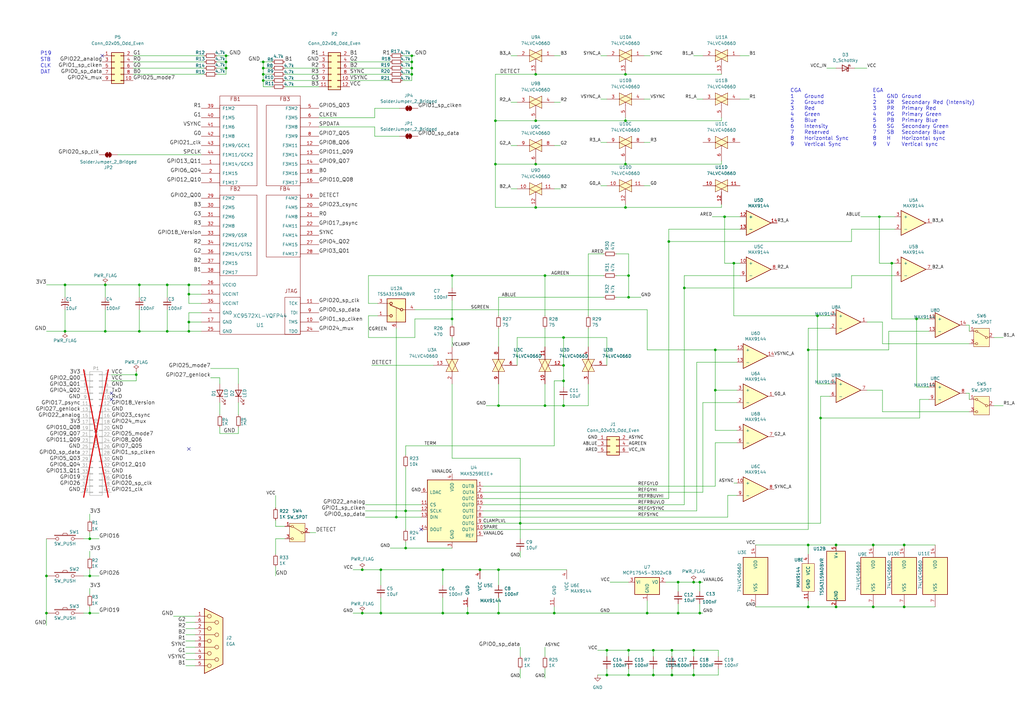
<source format=kicad_sch>
(kicad_sch
	(version 20231120)
	(generator "eeschema")
	(generator_version "8.0")
	(uuid "e267a3e0-ea93-4630-9528-f06a000f2e9c")
	(paper "A3")
	(title_block
		(title "RGBtoHDMI_Table")
		(date "2024-11-19")
		(rev "0.03")
		(company "SweProj.com")
	)
	
	(junction
		(at 257.81 276.86)
		(diameter 0)
		(color 0 0 0 0)
		(uuid "08466f51-6f8d-4689-888d-1a104d697746")
	)
	(junction
		(at 256.54 30.48)
		(diameter 0)
		(color 0 0 0 0)
		(uuid "0892b9f6-c0cd-4675-80a0-84903b0a47a1")
	)
	(junction
		(at 185.42 113.03)
		(diameter 0)
		(color 0 0 0 0)
		(uuid "0a257a89-3b3c-4c45-9fb1-ff19a4636d3f")
	)
	(junction
		(at 284.48 276.86)
		(diameter 0)
		(color 0 0 0 0)
		(uuid "0cbf7e07-835d-4ea8-8a91-53f7b849b848")
	)
	(junction
		(at 358.14 223.52)
		(diameter 0)
		(color 0 0 0 0)
		(uuid "0d5c6d09-ad48-452c-8619-789d23ae899f")
	)
	(junction
		(at 331.47 223.52)
		(diameter 0)
		(color 0 0 0 0)
		(uuid "1045c969-bc20-4b99-bb93-1fed951b5109")
	)
	(junction
		(at 256.54 85.09)
		(diameter 0)
		(color 0 0 0 0)
		(uuid "1173b33a-97c1-427f-a6c2-c79cd48c0f33")
	)
	(junction
		(at 168.91 22.86)
		(diameter 0)
		(color 0 0 0 0)
		(uuid "197175cb-319e-4e79-aa29-9c8faa7d89ed")
	)
	(junction
		(at 287.02 238.76)
		(diameter 0)
		(color 0 0 0 0)
		(uuid "1972d008-06a8-4918-a21b-5e2935069f06")
	)
	(junction
		(at 156.21 251.46)
		(diameter 0)
		(color 0 0 0 0)
		(uuid "1df14224-2872-49ba-a68c-453e4545b266")
	)
	(junction
		(at 166.37 224.79)
		(diameter 0)
		(color 0 0 0 0)
		(uuid "215ce181-de86-4863-a9ac-f596aa488559")
	)
	(junction
		(at 196.85 233.68)
		(diameter 0)
		(color 0 0 0 0)
		(uuid "2306e860-93ed-4588-a789-b01b5ce3fcfb")
	)
	(junction
		(at 68.58 135.89)
		(diameter 0)
		(color 0 0 0 0)
		(uuid "23856956-9c9e-4939-9e02-3780aedaa28a")
	)
	(junction
		(at 223.52 113.03)
		(diameter 0)
		(color 0 0 0 0)
		(uuid "25d5aa17-31f0-4573-b175-87b20ce9a717")
	)
	(junction
		(at 358.14 248.92)
		(diameter 0)
		(color 0 0 0 0)
		(uuid "287da58d-6982-46c0-9f3f-d14440c8da1f")
	)
	(junction
		(at 219.71 67.31)
		(diameter 0)
		(color 0 0 0 0)
		(uuid "287daa7d-d4fd-43c7-b244-6116ed7a9f8d")
	)
	(junction
		(at 162.56 212.09)
		(diameter 0)
		(color 0 0 0 0)
		(uuid "29d07dbe-1f0e-43a6-a096-a9720f39eb60")
	)
	(junction
		(at 297.18 88.9)
		(diameter 0)
		(color 0 0 0 0)
		(uuid "2e35109b-b4dc-464e-a005-e528d2b02126")
	)
	(junction
		(at 57.15 135.89)
		(diameter 0)
		(color 0 0 0 0)
		(uuid "31ce266b-f47f-4d6b-af04-ef3c52efc38b")
	)
	(junction
		(at 275.59 266.7)
		(diameter 0)
		(color 0 0 0 0)
		(uuid "39afa630-2714-413b-bb6d-156bc8be4345")
	)
	(junction
		(at 287.02 251.46)
		(diameter 0)
		(color 0 0 0 0)
		(uuid "3b057d9e-fa67-4236-b5b8-8a59941c90d9")
	)
	(junction
		(at 219.71 30.48)
		(diameter 0)
		(color 0 0 0 0)
		(uuid "43c7a76c-f1e8-4912-9148-b191585406d5")
	)
	(junction
		(at 257.81 121.92)
		(diameter 0)
		(color 0 0 0 0)
		(uuid "43d86964-3be3-4592-97ae-4e05b310f249")
	)
	(junction
		(at 265.43 251.46)
		(diameter 0)
		(color 0 0 0 0)
		(uuid "44f408fe-7a0c-4201-a194-277633a7011b")
	)
	(junction
		(at 92.71 27.94)
		(diameter 0)
		(color 0 0 0 0)
		(uuid "455bec65-8a84-451b-9da8-cfd5aab1fb9a")
	)
	(junction
		(at 336.55 171.45)
		(diameter 0)
		(color 0 0 0 0)
		(uuid "4a1b1b75-0e82-4db0-b339-a1987f4d1856")
	)
	(junction
		(at 267.97 276.86)
		(diameter 0)
		(color 0 0 0 0)
		(uuid "50560054-38fe-4cac-946b-ce400ab51cc7")
	)
	(junction
		(at 107.95 30.48)
		(diameter 0)
		(color 0 0 0 0)
		(uuid "53e14851-0fcc-41db-a20d-022c61e1fc7f")
	)
	(junction
		(at 77.47 116.84)
		(diameter 0)
		(color 0 0 0 0)
		(uuid "54017bde-9a3d-4bf2-ae08-f4bf27ec91f9")
	)
	(junction
		(at 36.83 251.46)
		(diameter 0)
		(color 0 0 0 0)
		(uuid "54d8a881-31d8-4301-aaf6-35843f71a8cd")
	)
	(junction
		(at 300.99 107.95)
		(diameter 0)
		(color 0 0 0 0)
		(uuid "56cbf082-26b4-441a-9a5d-b77bbb56cec8")
	)
	(junction
		(at 204.47 233.68)
		(diameter 0)
		(color 0 0 0 0)
		(uuid "56f8f6c1-83bb-42a1-96e0-3aaefdd0b922")
	)
	(junction
		(at 223.52 166.37)
		(diameter 0)
		(color 0 0 0 0)
		(uuid "5be295a4-1014-49bf-a404-156b7a68f959")
	)
	(junction
		(at 275.59 276.86)
		(diameter 0)
		(color 0 0 0 0)
		(uuid "5c008db3-dba6-4ca6-ac31-38a30e15960f")
	)
	(junction
		(at 331.47 248.92)
		(diameter 0)
		(color 0 0 0 0)
		(uuid "5f4ababa-8004-43fd-8ff9-c412bf22097d")
	)
	(junction
		(at 257.81 266.7)
		(diameter 0)
		(color 0 0 0 0)
		(uuid "5fb6ab53-e813-421f-aa1e-99a24bb5a254")
	)
	(junction
		(at 219.71 85.09)
		(diameter 0)
		(color 0 0 0 0)
		(uuid "60e3e3cd-14ca-4d9a-ad97-365390aee50f")
	)
	(junction
		(at 248.92 276.86)
		(diameter 0)
		(color 0 0 0 0)
		(uuid "61df47ea-a293-4c80-9ba1-ac5291785981")
	)
	(junction
		(at 43.18 116.84)
		(diameter 0)
		(color 0 0 0 0)
		(uuid "6200830a-dfe2-46a2-b6c3-da1b0c89d0c7")
	)
	(junction
		(at 168.91 25.4)
		(diameter 0)
		(color 0 0 0 0)
		(uuid "6457c51d-31d2-4623-b833-9f814f764f53")
	)
	(junction
		(at 92.71 22.86)
		(diameter 0)
		(color 0 0 0 0)
		(uuid "688f156c-0473-4fb1-be2e-7ab1bddb345c")
	)
	(junction
		(at 342.9 223.52)
		(diameter 0)
		(color 0 0 0 0)
		(uuid "69aad6e9-e68d-49ba-bd57-439a7ceb0018")
	)
	(junction
		(at 248.92 266.7)
		(diameter 0)
		(color 0 0 0 0)
		(uuid "6a63df51-4f85-4e4e-9982-992e3f8c491f")
	)
	(junction
		(at 43.18 135.89)
		(diameter 0)
		(color 0 0 0 0)
		(uuid "6e1385d8-7cf6-4cd6-9eb0-1bc3a28e609f")
	)
	(junction
		(at 36.83 236.22)
		(diameter 0)
		(color 0 0 0 0)
		(uuid "7051e813-5879-42d8-a242-36f8b47aff43")
	)
	(junction
		(at 168.91 27.94)
		(diameter 0)
		(color 0 0 0 0)
		(uuid "7237d2f1-9d81-4f69-9ffe-a1af3a94afef")
	)
	(junction
		(at 284.48 266.7)
		(diameter 0)
		(color 0 0 0 0)
		(uuid "736a3e15-a092-4d6a-aa8a-f1fda7adc488")
	)
	(junction
		(at 77.47 135.89)
		(diameter 0)
		(color 0 0 0 0)
		(uuid "7469029f-1a86-4a2c-b4c1-9b2debaa7601")
	)
	(junction
		(at 293.37 143.51)
		(diameter 0)
		(color 0 0 0 0)
		(uuid "74dcd0b6-9cc6-4fb7-b428-a1982333e331")
	)
	(junction
		(at 256.54 49.53)
		(diameter 0)
		(color 0 0 0 0)
		(uuid "787c63cb-9f92-48df-bfe9-ab53df3516a6")
	)
	(junction
		(at 231.14 138.43)
		(diameter 0)
		(color 0 0 0 0)
		(uuid "797dc4d7-ef42-48ec-8e95-8ed6d8d3a773")
	)
	(junction
		(at 156.21 233.68)
		(diameter 0)
		(color 0 0 0 0)
		(uuid "79bb6847-53ca-4381-9de9-7e7ea209bfcd")
	)
	(junction
		(at 360.68 88.9)
		(diameter 0)
		(color 0 0 0 0)
		(uuid "7eb471bb-457c-4ee2-9c1c-e87bc12e9d3f")
	)
	(junction
		(at 278.13 238.76)
		(diameter 0)
		(color 0 0 0 0)
		(uuid "8740d8e9-7708-4887-8b5f-4ffb6883e066")
	)
	(junction
		(at 278.13 251.46)
		(diameter 0)
		(color 0 0 0 0)
		(uuid "8f299ed9-6ddf-439d-bd78-01aff139ad5b")
	)
	(junction
		(at 107.95 27.94)
		(diameter 0)
		(color 0 0 0 0)
		(uuid "92bacbc5-06ac-435d-a560-6c3dde3e2ae5")
	)
	(junction
		(at 181.61 251.46)
		(diameter 0)
		(color 0 0 0 0)
		(uuid "988466bc-1dbb-4ad9-8608-4e1f2f824b54")
	)
	(junction
		(at 280.67 118.11)
		(diameter 0)
		(color 0 0 0 0)
		(uuid "99c87e14-ffa3-46d0-ae41-841c7400fa64")
	)
	(junction
		(at 331.47 143.51)
		(diameter 0)
		(color 0 0 0 0)
		(uuid "9b12e73e-76a3-463e-8387-a65be8bb5eee")
	)
	(junction
		(at 19.05 251.46)
		(diameter 0)
		(color 0 0 0 0)
		(uuid "9c76495d-83bc-4021-aa95-e09a35646dec")
	)
	(junction
		(at 204.47 166.37)
		(diameter 0)
		(color 0 0 0 0)
		(uuid "9d0cca93-a464-468e-b9ab-528f1006b35e")
	)
	(junction
		(at 257.81 113.03)
		(diameter 0)
		(color 0 0 0 0)
		(uuid "a0376c55-a3ce-4f18-84d1-f47f8c995f42")
	)
	(junction
		(at 365.76 107.95)
		(diameter 0)
		(color 0 0 0 0)
		(uuid "a17d0bda-7b76-4ad4-9bbd-e05b697bd4b4")
	)
	(junction
		(at 77.47 120.65)
		(diameter 0)
		(color 0 0 0 0)
		(uuid "a4115131-bb43-4bfb-bbec-d383933735d4")
	)
	(junction
		(at 203.2 67.31)
		(diameter 0)
		(color 0 0 0 0)
		(uuid "a7779c71-e58e-4696-92a2-8236a430c311")
	)
	(junction
		(at 231.14 166.37)
		(diameter 0)
		(color 0 0 0 0)
		(uuid "a7810795-71c0-4b82-b0c3-157cafcb5f7e")
	)
	(junction
		(at 370.84 223.52)
		(diameter 0)
		(color 0 0 0 0)
		(uuid "aa4dea1a-9d38-4e20-b49d-508859c8d6d0")
	)
	(junction
		(at 185.42 130.81)
		(diameter 0)
		(color 0 0 0 0)
		(uuid "ae8511e6-734b-48a3-a14f-149906b83814")
	)
	(junction
		(at 92.71 25.4)
		(diameter 0)
		(color 0 0 0 0)
		(uuid "b6486c02-8fc8-4f4c-a299-783b34428a86")
	)
	(junction
		(at 213.36 214.63)
		(diameter 0)
		(color 0 0 0 0)
		(uuid "b77d6ea3-e14f-4105-bc74-780da8e4e34f")
	)
	(junction
		(at 148.59 233.68)
		(diameter 0)
		(color 0 0 0 0)
		(uuid "ba8e83f0-4920-4b95-b79b-ac57bba3e88a")
	)
	(junction
		(at 219.71 49.53)
		(diameter 0)
		(color 0 0 0 0)
		(uuid "c2b6b4b5-ea85-4912-a29d-c053ca52b697")
	)
	(junction
		(at 370.84 248.92)
		(diameter 0)
		(color 0 0 0 0)
		(uuid "c4177af6-a2c9-495d-b715-01ab9fa09787")
	)
	(junction
		(at 107.95 25.4)
		(diameter 0)
		(color 0 0 0 0)
		(uuid "c601031d-bdf2-4022-bd2b-69657e07ac52")
	)
	(junction
		(at 284.48 238.76)
		(diameter 0)
		(color 0 0 0 0)
		(uuid "c89022bb-be92-42c4-bd3e-23e84d87bdde")
	)
	(junction
		(at 77.47 132.08)
		(diameter 0)
		(color 0 0 0 0)
		(uuid "cb5b18c4-508e-49c0-a2e1-1b55df265727")
	)
	(junction
		(at 293.37 160.02)
		(diameter 0)
		(color 0 0 0 0)
		(uuid "cbe31d93-12ec-4604-89be-950c0425dbec")
	)
	(junction
		(at 267.97 266.7)
		(diameter 0)
		(color 0 0 0 0)
		(uuid "cbf59965-f17f-46d1-995c-54dfb4363e6d")
	)
	(junction
		(at 342.9 248.92)
		(diameter 0)
		(color 0 0 0 0)
		(uuid "d00c27e2-03a4-4f64-945e-10bbf2cc97ea")
	)
	(junction
		(at 375.92 130.81)
		(diameter 0)
		(color 0 0 0 0)
		(uuid "d06a85b6-e09d-4a03-ace6-107fef4709ec")
	)
	(junction
		(at 26.67 116.84)
		(diameter 0)
		(color 0 0 0 0)
		(uuid "d0f4ef56-25e6-4cb6-9c4e-a9d3c7399fb8")
	)
	(junction
		(at 168.91 30.48)
		(diameter 0)
		(color 0 0 0 0)
		(uuid "d7277225-81b5-45a9-945b-c7aa0a134b0f")
	)
	(junction
		(at 148.59 251.46)
		(diameter 0)
		(color 0 0 0 0)
		(uuid "d9db715c-8e8c-4d25-b59f-79b82a91b975")
	)
	(junction
		(at 274.32 99.06)
		(diameter 0)
		(color 0 0 0 0)
		(uuid "dce4c137-02fe-42b7-b617-94ce00d27213")
	)
	(junction
		(at 19.05 236.22)
		(diameter 0)
		(color 0 0 0 0)
		(uuid "dd581a04-d308-40e7-8a5a-a1b26acad9bb")
	)
	(junction
		(at 26.67 135.89)
		(diameter 0)
		(color 0 0 0 0)
		(uuid "e4080068-bc93-4337-bd35-02dc71f07f36")
	)
	(junction
		(at 227.33 251.46)
		(diameter 0)
		(color 0 0 0 0)
		(uuid "e53d2926-c2f8-4424-8935-971c6c9e9a01")
	)
	(junction
		(at 107.95 33.02)
		(diameter 0)
		(color 0 0 0 0)
		(uuid "e6dee58d-db29-4351-9191-12ef8cd53125")
	)
	(junction
		(at 181.61 233.68)
		(diameter 0)
		(color 0 0 0 0)
		(uuid "e74cf0b8-e615-4f45-9400-faf4f6afd2f6")
	)
	(junction
		(at 68.58 116.84)
		(diameter 0)
		(color 0 0 0 0)
		(uuid "e8b209e8-ab4d-4caf-8566-cb579d01d915")
	)
	(junction
		(at 57.15 116.84)
		(diameter 0)
		(color 0 0 0 0)
		(uuid "e9f4506f-12d7-4a1b-b2ce-5169d79542c4")
	)
	(junction
		(at 256.54 67.31)
		(diameter 0)
		(color 0 0 0 0)
		(uuid "ea974294-8426-4f58-8874-38edac57f84b")
	)
	(junction
		(at 335.28 129.54)
		(diameter 0)
		(color 0 0 0 0)
		(uuid "ec27c7b6-a93b-4ae9-984c-fc6dd78d1f66")
	)
	(junction
		(at 191.77 251.46)
		(diameter 0)
		(color 0 0 0 0)
		(uuid "ed96f9c2-4295-43d3-9cd0-17b0644f4d9b")
	)
	(junction
		(at 231.14 149.86)
		(diameter 0)
		(color 0 0 0 0)
		(uuid "ee46c49c-4156-4b8c-9eea-d543cdbbe32c")
	)
	(junction
		(at 203.2 49.53)
		(diameter 0)
		(color 0 0 0 0)
		(uuid "f11b8203-5ade-4ec7-b7ce-e4436fb0a390")
	)
	(junction
		(at 231.14 156.21)
		(diameter 0)
		(color 0 0 0 0)
		(uuid "f54081da-70ee-41ad-a5c2-7b344b2109af")
	)
	(junction
		(at 55.88 153.67)
		(diameter 0)
		(color 0 0 0 0)
		(uuid "f6e0004d-d2c1-46bc-b58e-6e9deccaffe0")
	)
	(junction
		(at 36.83 220.98)
		(diameter 0)
		(color 0 0 0 0)
		(uuid "f9815645-48e6-4a9d-9873-4309d9d95242")
	)
	(junction
		(at 166.37 209.55)
		(diameter 0)
		(color 0 0 0 0)
		(uuid "fe796529-3891-41f4-b909-7a842dad3298")
	)
	(junction
		(at 204.47 251.46)
		(diameter 0)
		(color 0 0 0 0)
		(uuid "ffbfd8ff-e1d8-4565-b8e1-8f583a245362")
	)
	(no_connect
		(at 77.47 184.15)
		(uuid "0e26859b-e82b-4fea-acbc-fbaaafe67af6")
	)
	(no_connect
		(at 45.72 163.83)
		(uuid "4fde805f-eca3-4e0f-87d4-7b0441ebb5eb")
	)
	(no_connect
		(at 41.91 22.86)
		(uuid "581f7dac-b824-401a-873a-fbe785a00de6")
	)
	(no_connect
		(at 172.72 217.17)
		(uuid "654dd2fb-f74e-420c-a99f-bbde444e3ee9")
	)
	(no_connect
		(at 45.72 161.29)
		(uuid "9b5407df-5ed3-460a-a7f8-9ba99a81e1f1")
	)
	(no_connect
		(at -12.7 82.55)
		(uuid "c676fa03-6cc8-41e7-bf7c-e402aedd0251")
	)
	(wire
		(pts
			(xy 246.38 76.2) (xy 248.92 76.2)
		)
		(stroke
			(width 0)
			(type default)
		)
		(uuid "003289b6-f55d-4840-85ce-20c68e796c19")
	)
	(wire
		(pts
			(xy 34.29 220.98) (xy 36.83 220.98)
		)
		(stroke
			(width 0)
			(type default)
		)
		(uuid "012acaee-74bc-40f7-9adc-bdf731cf13c5")
	)
	(wire
		(pts
			(xy 163.83 44.45) (xy 153.67 44.45)
		)
		(stroke
			(width 0)
			(type default)
		)
		(uuid "042476ee-5efb-43ed-a0a5-f17cd6c2e531")
	)
	(wire
		(pts
			(xy 370.84 223.52) (xy 383.54 223.52)
		)
		(stroke
			(width 0)
			(type default)
		)
		(uuid "04902c53-3202-4759-b442-118ea81b0ec7")
	)
	(wire
		(pts
			(xy 227.33 248.92) (xy 227.33 251.46)
		)
		(stroke
			(width 0)
			(type default)
		)
		(uuid "050568f5-a980-4a3e-92c0-3348a1fbee41")
	)
	(wire
		(pts
			(xy 293.37 160.02) (xy 293.37 176.53)
		)
		(stroke
			(width 0)
			(type default)
		)
		(uuid "05a54df0-087c-4c20-a7f5-43387907d39a")
	)
	(wire
		(pts
			(xy 364.49 135.89) (xy 364.49 143.51)
		)
		(stroke
			(width 0)
			(type default)
		)
		(uuid "05b3dbd2-3b59-4071-8bf0-ed5257820ae3")
	)
	(wire
		(pts
			(xy 340.36 157.48) (xy 335.28 157.48)
		)
		(stroke
			(width 0)
			(type default)
		)
		(uuid "06ca07a1-feee-4207-baab-da8511d881db")
	)
	(wire
		(pts
			(xy 213.36 214.63) (xy 336.55 214.63)
		)
		(stroke
			(width 0)
			(type default)
		)
		(uuid "06cd3228-276b-4370-a2f2-6f019d325810")
	)
	(wire
		(pts
			(xy 331.47 223.52) (xy 342.9 223.52)
		)
		(stroke
			(width 0)
			(type default)
		)
		(uuid "06ee151e-fc37-492f-abd4-333844320ea1")
	)
	(wire
		(pts
			(xy 219.71 30.48) (xy 256.54 30.48)
		)
		(stroke
			(width 0)
			(type default)
		)
		(uuid "082441ea-32ca-4d39-bda5-26bd64d00238")
	)
	(wire
		(pts
			(xy 361.95 168.91) (xy 397.51 168.91)
		)
		(stroke
			(width 0)
			(type default)
		)
		(uuid "08da851e-be4c-40fe-b8e6-c1b42c5315fd")
	)
	(wire
		(pts
			(xy 43.18 116.84) (xy 57.15 116.84)
		)
		(stroke
			(width 0)
			(type default)
		)
		(uuid "095148f8-6f12-456e-a3f5-ac896c5cdf5a")
	)
	(wire
		(pts
			(xy 248.92 138.43) (xy 248.92 149.86)
		)
		(stroke
			(width 0)
			(type default)
		)
		(uuid "0bc2a893-ac4c-46d6-ad81-6d7c75369d94")
	)
	(wire
		(pts
			(xy 203.2 85.09) (xy 219.71 85.09)
		)
		(stroke
			(width 0)
			(type default)
		)
		(uuid "0c299efc-a82c-4296-9992-27f5e9cc67e0")
	)
	(wire
		(pts
			(xy 355.6 132.08) (xy 361.95 132.08)
		)
		(stroke
			(width 0)
			(type default)
		)
		(uuid "0c555a5e-918d-432c-9d05-b1379eb33b35")
	)
	(wire
		(pts
			(xy 287.02 242.57) (xy 287.02 238.76)
		)
		(stroke
			(width 0)
			(type default)
		)
		(uuid "0ce6ab06-8de7-4696-af40-c17a763f3e34")
	)
	(wire
		(pts
			(xy 300.99 129.54) (xy 300.99 107.95)
		)
		(stroke
			(width 0)
			(type default)
		)
		(uuid "0dc9eb2c-240e-453e-9d04-c12ca9be7f3f")
	)
	(wire
		(pts
			(xy 293.37 176.53) (xy 302.26 176.53)
		)
		(stroke
			(width 0)
			(type default)
		)
		(uuid "0eb71e06-646e-4ef6-8bef-837a22f2e30c")
	)
	(wire
		(pts
			(xy 113.03 213.36) (xy 113.03 215.9)
		)
		(stroke
			(width 0)
			(type default)
		)
		(uuid "0f3745ff-4c6a-4e02-9e74-8a958eb1b963")
	)
	(wire
		(pts
			(xy 241.3 104.14) (xy 241.3 129.54)
		)
		(stroke
			(width 0)
			(type default)
		)
		(uuid "0fa4c4c9-38dc-4df3-a594-b65e58759a22")
	)
	(wire
		(pts
			(xy 397.51 161.29) (xy 397.51 163.83)
		)
		(stroke
			(width 0)
			(type default)
		)
		(uuid "0fb1a783-be22-43a2-ae04-4083ccbfb19b")
	)
	(wire
		(pts
			(xy 331.47 143.51) (xy 331.47 134.62)
		)
		(stroke
			(width 0)
			(type default)
		)
		(uuid "0fe21ef1-19bd-4e49-894c-b9ea3ecc4288")
	)
	(wire
		(pts
			(xy 92.71 27.94) (xy 92.71 30.48)
		)
		(stroke
			(width 0)
			(type default)
		)
		(uuid "101f0477-1d75-429a-a7d0-74b41af858ac")
	)
	(wire
		(pts
			(xy 165.1 30.48) (xy 168.91 30.48)
		)
		(stroke
			(width 0)
			(type default)
		)
		(uuid "106ff332-b156-474e-bcc0-e06974de429f")
	)
	(wire
		(pts
			(xy 97.79 157.48) (xy 97.79 151.13)
		)
		(stroke
			(width 0)
			(type default)
		)
		(uuid "10708356-2a49-4204-85e8-25b796b8edbd")
	)
	(wire
		(pts
			(xy 185.42 130.81) (xy 170.18 130.81)
		)
		(stroke
			(width 0)
			(type default)
		)
		(uuid "10ecc365-45de-4f46-8a69-6a6901cad3a3")
	)
	(wire
		(pts
			(xy 293.37 143.51) (xy 265.43 143.51)
		)
		(stroke
			(width 0)
			(type default)
		)
		(uuid "11289e50-739f-4640-aa25-a1e3b3fb1550")
	)
	(wire
		(pts
			(xy 185.42 157.48) (xy 185.42 187.96)
		)
		(stroke
			(width 0)
			(type default)
		)
		(uuid "127a8760-4864-4e6b-8b25-f7effd1ccfdc")
	)
	(wire
		(pts
			(xy 68.58 116.84) (xy 77.47 116.84)
		)
		(stroke
			(width 0)
			(type default)
		)
		(uuid "12d3648b-685a-4769-8078-48d30a73b3df")
	)
	(wire
		(pts
			(xy 349.25 113.03) (xy 349.25 118.11)
		)
		(stroke
			(width 0)
			(type default)
		)
		(uuid "134f7f7a-1c57-4f0d-b949-d9a9bac22777")
	)
	(wire
		(pts
			(xy 245.11 276.86) (xy 248.92 276.86)
		)
		(stroke
			(width 0)
			(type default)
		)
		(uuid "13cc1a4b-6043-4488-8c67-3338629214c4")
	)
	(wire
		(pts
			(xy 97.79 175.26) (xy 97.79 177.8)
		)
		(stroke
			(width 0)
			(type default)
		)
		(uuid "142bc327-e8f0-484b-9324-a63dda3fce18")
	)
	(wire
		(pts
			(xy 302.26 203.2) (xy 298.45 203.2)
		)
		(stroke
			(width 0)
			(type default)
		)
		(uuid "1516df98-d604-4fd5-a0e5-ed55a4d2c89a")
	)
	(wire
		(pts
			(xy 153.67 52.07) (xy 130.81 52.07)
		)
		(stroke
			(width 0)
			(type default)
		)
		(uuid "15828900-ab53-4faa-9f5c-df7dbe8d7237")
	)
	(wire
		(pts
			(xy 273.05 238.76) (xy 278.13 238.76)
		)
		(stroke
			(width 0)
			(type default)
		)
		(uuid "15ffdbb2-2d56-485c-b793-1b973db2d4d2")
	)
	(wire
		(pts
			(xy 231.14 163.83) (xy 231.14 166.37)
		)
		(stroke
			(width 0)
			(type default)
		)
		(uuid "16305161-3cdc-4eb1-ad92-0726fb2d464e")
	)
	(wire
		(pts
			(xy 256.54 67.31) (xy 295.91 67.31)
		)
		(stroke
			(width 0)
			(type default)
		)
		(uuid "16485486-3b57-4a19-b161-0ccefa0cf6e3")
	)
	(wire
		(pts
			(xy 36.83 243.84) (xy 36.83 241.3)
		)
		(stroke
			(width 0)
			(type default)
		)
		(uuid "16aa72b8-4655-4762-9035-dd2221d48d5a")
	)
	(wire
		(pts
			(xy 246.38 40.64) (xy 248.92 40.64)
		)
		(stroke
			(width 0)
			(type default)
		)
		(uuid "17650bcc-695e-45d1-a1ad-6a5755ddd9a3")
	)
	(wire
		(pts
			(xy 151.13 113.03) (xy 185.42 113.03)
		)
		(stroke
			(width 0)
			(type default)
		)
		(uuid "17e52c5a-2131-44a7-adf1-4d9ac5df4460")
	)
	(wire
		(pts
			(xy 227.33 59.69) (xy 229.87 59.69)
		)
		(stroke
			(width 0)
			(type default)
		)
		(uuid "19233fdd-555f-47ea-b294-f6b6f081350b")
	)
	(wire
		(pts
			(xy 204.47 134.62) (xy 204.47 142.24)
		)
		(stroke
			(width 0)
			(type default)
		)
		(uuid "1a4be32e-6a4c-4bf9-9643-b78e38b63339")
	)
	(wire
		(pts
			(xy 331.47 227.33) (xy 331.47 223.52)
		)
		(stroke
			(width 0)
			(type default)
		)
		(uuid "1b81e2de-39a8-4c44-b0b9-046bf3ab4d2d")
	)
	(wire
		(pts
			(xy 360.68 107.95) (xy 360.68 88.9)
		)
		(stroke
			(width 0)
			(type default)
		)
		(uuid "1bfe0d08-05e9-472c-be5b-1673c29faab5")
	)
	(wire
		(pts
			(xy 57.15 116.84) (xy 68.58 116.84)
		)
		(stroke
			(width 0)
			(type default)
		)
		(uuid "1df228a7-dd4f-4e21-8899-42bd96e06438")
	)
	(wire
		(pts
			(xy 77.47 135.89) (xy 82.55 135.89)
		)
		(stroke
			(width 0)
			(type default)
		)
		(uuid "22162f71-c0af-43af-a606-5bfa80481f68")
	)
	(wire
		(pts
			(xy 113.03 203.2) (xy 113.03 208.28)
		)
		(stroke
			(width 0)
			(type default)
		)
		(uuid "223ca61d-ad4e-4b65-a4f3-f96a30f73ce4")
	)
	(wire
		(pts
			(xy 381 130.81) (xy 375.92 130.81)
		)
		(stroke
			(width 0)
			(type default)
		)
		(uuid "2263dfd1-d710-44d4-b41e-90d2bc0f564f")
	)
	(wire
		(pts
			(xy 71.12 252.73) (xy 80.01 252.73)
		)
		(stroke
			(width 0)
			(type default)
		)
		(uuid "24c15836-9e80-489d-bd99-4a59490f386a")
	)
	(wire
		(pts
			(xy 204.47 157.48) (xy 204.47 166.37)
		)
		(stroke
			(width 0)
			(type default)
		)
		(uuid "24decd52-e441-4e98-9ac4-c3e1d587be2a")
	)
	(wire
		(pts
			(xy 144.78 233.68) (xy 148.59 233.68)
		)
		(stroke
			(width 0)
			(type default)
		)
		(uuid "253cc85d-e4f8-429b-8e30-b8ca006e580e")
	)
	(wire
		(pts
			(xy 76.2 260.35) (xy 80.01 260.35)
		)
		(stroke
			(width 0)
			(type default)
		)
		(uuid "257fe1fc-445c-4e04-abb0-3f9c3173437d")
	)
	(wire
		(pts
			(xy 36.83 251.46) (xy 40.64 251.46)
		)
		(stroke
			(width 0)
			(type default)
		)
		(uuid "25bad7b2-c7c2-4083-b3cd-7bf7ffb25820")
	)
	(wire
		(pts
			(xy 204.47 245.11) (xy 204.47 251.46)
		)
		(stroke
			(width 0)
			(type default)
		)
		(uuid "262114a6-935a-4a6c-ba67-38465a3b3743")
	)
	(wire
		(pts
			(xy 265.43 246.38) (xy 265.43 251.46)
		)
		(stroke
			(width 0)
			(type default)
		)
		(uuid "26463393-06f3-478a-b18c-bce95e031eb9")
	)
	(wire
		(pts
			(xy 166.37 182.88) (xy 166.37 186.69)
		)
		(stroke
			(width 0)
			(type default)
		)
		(uuid "267021b4-00cb-4e63-98b8-bfaffb3c92ae")
	)
	(wire
		(pts
			(xy 45.72 153.67) (xy 55.88 153.67)
		)
		(stroke
			(width 0)
			(type default)
		)
		(uuid "28bbdc22-870d-4ce7-bd5d-13c5bd2ebb45")
	)
	(wire
		(pts
			(xy 76.2 257.81) (xy 80.01 257.81)
		)
		(stroke
			(width 0)
			(type default)
		)
		(uuid "291da500-e793-4a5b-baea-fe59500b6ef8")
	)
	(wire
		(pts
			(xy 340.36 129.54) (xy 335.28 129.54)
		)
		(stroke
			(width 0)
			(type default)
		)
		(uuid "296215ec-ddf2-4e62-96f4-2b754f1a4008")
	)
	(wire
		(pts
			(xy 156.21 251.46) (xy 181.61 251.46)
		)
		(stroke
			(width 0)
			(type default)
		)
		(uuid "2a65ee6a-c3a0-43b4-a931-94d18f173851")
	)
	(wire
		(pts
			(xy 181.61 240.03) (xy 181.61 233.68)
		)
		(stroke
			(width 0)
			(type default)
		)
		(uuid "2b91d848-fe22-4f5d-958a-defaab59ccf1")
	)
	(wire
		(pts
			(xy 149.86 207.01) (xy 172.72 207.01)
		)
		(stroke
			(width 0)
			(type default)
		)
		(uuid "2bcac2ce-fe8b-428f-8559-7a13be1aba60")
	)
	(wire
		(pts
			(xy 358.14 223.52) (xy 370.84 223.52)
		)
		(stroke
			(width 0)
			(type default)
		)
		(uuid "2c3c1b04-82ae-40af-96ab-c75f5d5b1e86")
	)
	(wire
		(pts
			(xy 264.16 58.42) (xy 266.7 58.42)
		)
		(stroke
			(width 0)
			(type default)
		)
		(uuid "2ca998d6-e8dd-4881-a33b-780dcd936f65")
	)
	(wire
		(pts
			(xy 257.81 266.7) (xy 257.81 269.24)
		)
		(stroke
			(width 0)
			(type default)
		)
		(uuid "2d8d6882-48f9-4660-b6d8-79829500b309")
	)
	(wire
		(pts
			(xy 257.81 113.03) (xy 257.81 104.14)
		)
		(stroke
			(width 0)
			(type default)
		)
		(uuid "2d9274b4-3d56-4ab0-a44f-e67a0f4c0bef")
	)
	(wire
		(pts
			(xy 370.84 248.92) (xy 383.54 248.92)
		)
		(stroke
			(width 0)
			(type default)
		)
		(uuid "2ddc1268-edc6-4211-8856-d09100ab4356")
	)
	(wire
		(pts
			(xy 300.99 107.95) (xy 297.18 107.95)
		)
		(stroke
			(width 0)
			(type default)
		)
		(uuid "2e22b336-430d-40c1-b062-93f4f84ae4c2")
	)
	(wire
		(pts
			(xy 285.75 148.59) (xy 285.75 209.55)
		)
		(stroke
			(width 0)
			(type default)
		)
		(uuid "2e823de9-a84f-47d6-a3d3-e7a8e62697a4")
	)
	(wire
		(pts
			(xy 113.03 220.98) (xy 116.84 220.98)
		)
		(stroke
			(width 0)
			(type default)
		)
		(uuid "2f95f8c8-4208-44cf-98d6-d439ff7da525")
	)
	(wire
		(pts
			(xy 204.47 233.68) (xy 232.41 233.68)
		)
		(stroke
			(width 0)
			(type default)
		)
		(uuid "304feac9-bcab-4652-8a57-4ab94e506d28")
	)
	(wire
		(pts
			(xy 396.24 161.29) (xy 397.51 161.29)
		)
		(stroke
			(width 0)
			(type default)
		)
		(uuid "30b426fd-a075-490a-8e97-b7fc3e7e7eef")
	)
	(wire
		(pts
			(xy 377.19 163.83) (xy 381 163.83)
		)
		(stroke
			(width 0)
			(type default)
		)
		(uuid "3128dbf4-d44e-4f44-8a02-a3ea407ec895")
	)
	(wire
		(pts
			(xy 198.12 217.17) (xy 331.47 217.17)
		)
		(stroke
			(width 0)
			(type default)
		)
		(uuid "31d1d443-ce27-4991-812b-69020674dea7")
	)
	(wire
		(pts
			(xy 163.83 55.88) (xy 153.67 55.88)
		)
		(stroke
			(width 0)
			(type default)
		)
		(uuid "324d10d8-07de-44e7-84e1-e2f2f38b87e9")
	)
	(wire
		(pts
			(xy 143.51 27.94) (xy 160.02 27.94)
		)
		(stroke
			(width 0)
			(type default)
		)
		(uuid "32c8e6bf-c1e1-410d-be26-f5352986c085")
	)
	(wire
		(pts
			(xy 168.91 27.94) (xy 168.91 25.4)
		)
		(stroke
			(width 0)
			(type default)
		)
		(uuid "33e624f4-956d-4932-ba80-7a9cc9d006a7")
	)
	(wire
		(pts
			(xy 377.19 171.45) (xy 377.19 163.83)
		)
		(stroke
			(width 0)
			(type default)
		)
		(uuid "345db3e6-90f9-428d-b137-819a373039c3")
	)
	(wire
		(pts
			(xy 82.55 120.65) (xy 77.47 120.65)
		)
		(stroke
			(width 0)
			(type default)
		)
		(uuid "3471d908-4b9d-420e-869e-9715470db6a8")
	)
	(wire
		(pts
			(xy 76.2 255.27) (xy 80.01 255.27)
		)
		(stroke
			(width 0)
			(type default)
		)
		(uuid "35b18565-7031-4a50-82dd-8380959db02d")
	)
	(wire
		(pts
			(xy 248.92 58.42) (xy 246.38 58.42)
		)
		(stroke
			(width 0)
			(type default)
		)
		(uuid "35e8c521-1654-40f2-a824-153bda4a90d8")
	)
	(wire
		(pts
			(xy 196.85 233.68) (xy 204.47 233.68)
		)
		(stroke
			(width 0)
			(type default)
		)
		(uuid "35f9fdcb-9c8c-4831-965e-5542788393ed")
	)
	(wire
		(pts
			(xy 303.53 40.64) (xy 307.34 40.64)
		)
		(stroke
			(width 0)
			(type default)
		)
		(uuid "3834d1c6-0b82-4f3e-9abb-92250734ccf5")
	)
	(wire
		(pts
			(xy 181.61 233.68) (xy 196.85 233.68)
		)
		(stroke
			(width 0)
			(type default)
		)
		(uuid "38725ad8-e0f7-43c4-a3e4-f6c0acf2aa14")
	)
	(wire
		(pts
			(xy 227.33 182.88) (xy 227.33 156.21)
		)
		(stroke
			(width 0)
			(type default)
		)
		(uuid "3948f3f8-816e-425c-86ad-f2b5d7fa2df1")
	)
	(wire
		(pts
			(xy 36.83 228.6) (xy 36.83 226.06)
		)
		(stroke
			(width 0)
			(type default)
		)
		(uuid "39638542-2158-4c89-8f5b-e07b1e1be9df")
	)
	(wire
		(pts
			(xy 107.95 35.56) (xy 111.76 35.56)
		)
		(stroke
			(width 0)
			(type default)
		)
		(uuid "3b5bc61a-213b-4e49-b2b1-88feba12c440")
	)
	(wire
		(pts
			(xy 288.29 165.1) (xy 288.29 201.93)
		)
		(stroke
			(width 0)
			(type default)
		)
		(uuid "3bb75cf1-dbd7-4851-90d5-5a33baadcb5b")
	)
	(wire
		(pts
			(xy 280.67 113.03) (xy 280.67 118.11)
		)
		(stroke
			(width 0)
			(type default)
		)
		(uuid "3ed8aa1d-39f0-4edb-9e13-a68c4806448b")
	)
	(wire
		(pts
			(xy 107.95 33.02) (xy 107.95 35.56)
		)
		(stroke
			(width 0)
			(type default)
		)
		(uuid "40050bfc-6201-4459-a92d-b0484f63eba7")
	)
	(wire
		(pts
			(xy 361.95 132.08) (xy 361.95 140.97)
		)
		(stroke
			(width 0)
			(type default)
		)
		(uuid "41519c52-9e18-4763-9c1d-bfd441a8128f")
	)
	(wire
		(pts
			(xy 185.42 123.19) (xy 185.42 130.81)
		)
		(stroke
			(width 0)
			(type default)
		)
		(uuid "418a622f-0781-4028-809e-697a07b36e37")
	)
	(wire
		(pts
			(xy 331.47 246.38) (xy 331.47 248.92)
		)
		(stroke
			(width 0)
			(type default)
		)
		(uuid "41938b6d-3a6c-4b7d-90fc-cd32c51978d5")
	)
	(wire
		(pts
			(xy 219.71 49.53) (xy 256.54 49.53)
		)
		(stroke
			(width 0)
			(type default)
		)
		(uuid "42962972-aaad-4ffa-8e36-65fa92c1b322")
	)
	(wire
		(pts
			(xy 203.2 67.31) (xy 203.2 85.09)
		)
		(stroke
			(width 0)
			(type default)
		)
		(uuid "42a678a3-64dc-4723-8029-1ab1857e69de")
	)
	(wire
		(pts
			(xy 26.67 116.84) (xy 43.18 116.84)
		)
		(stroke
			(width 0)
			(type default)
		)
		(uuid "42e98e24-8b24-4ab9-ba55-2386dedc820c")
	)
	(wire
		(pts
			(xy 185.42 130.81) (xy 185.42 133.35)
		)
		(stroke
			(width 0)
			(type default)
		)
		(uuid "431c4d9a-c66c-4d62-b6df-bb75c386cb30")
	)
	(wire
		(pts
			(xy 336.55 214.63) (xy 336.55 171.45)
		)
		(stroke
			(width 0)
			(type default)
		)
		(uuid "436b166d-cd76-4c95-95a3-f2861abc48d9")
	)
	(wire
		(pts
			(xy 267.97 276.86) (xy 275.59 276.86)
		)
		(stroke
			(width 0)
			(type default)
		)
		(uuid "43993793-3211-40fe-9321-e2242c015252")
	)
	(wire
		(pts
			(xy 367.03 107.95) (xy 365.76 107.95)
		)
		(stroke
			(width 0)
			(type default)
		)
		(uuid "43cbb749-f033-40e8-80ae-7a1b6138d140")
	)
	(wire
		(pts
			(xy 288.29 22.86) (xy 284.48 22.86)
		)
		(stroke
			(width 0)
			(type default)
		)
		(uuid "4547cb59-4dcc-4d69-9ee1-f45142bfce68")
	)
	(wire
		(pts
			(xy 77.47 116.84) (xy 77.47 120.65)
		)
		(stroke
			(width 0)
			(type default)
		)
		(uuid "456f2b39-46b3-4322-9ae0-6af20cf0454f")
	)
	(wire
		(pts
			(xy 26.67 135.89) (xy 26.67 127)
		)
		(stroke
			(width 0)
			(type default)
		)
		(uuid "45dcc510-7455-4620-aa23-f7ee48c6f571")
	)
	(wire
		(pts
			(xy 36.83 236.22) (xy 36.83 233.68)
		)
		(stroke
			(width 0)
			(type default)
		)
		(uuid "4628bd9a-4db6-4e0e-97b0-8924fc71c76f")
	)
	(wire
		(pts
			(xy 55.88 156.21) (xy 45.72 156.21)
		)
		(stroke
			(width 0)
			(type default)
		)
		(uuid "46625ebd-5787-4286-8244-8f68f4acf1a5")
	)
	(wire
		(pts
			(xy 247.65 121.92) (xy 204.47 121.92)
		)
		(stroke
			(width 0)
			(type default)
		)
		(uuid "46da5fce-ef75-48a6-bfe2-f58564d66c07")
	)
	(wire
		(pts
			(xy 295.91 49.53) (xy 256.54 49.53)
		)
		(stroke
			(width 0)
			(type default)
		)
		(uuid "483a5f2f-6cac-4f6d-8bf8-965f73c8f056")
	)
	(wire
		(pts
			(xy 231.14 166.37) (xy 241.3 166.37)
		)
		(stroke
			(width 0)
			(type default)
		)
		(uuid "48a62f7b-19c1-48c0-8091-b3127fb9855c")
	)
	(wire
		(pts
			(xy 309.88 223.52) (xy 331.47 223.52)
		)
		(stroke
			(width 0)
			(type default)
		)
		(uuid "48e70a2b-37ca-44f2-9c1c-7d549793cb52")
	)
	(wire
		(pts
			(xy 287.02 247.65) (xy 287.02 251.46)
		)
		(stroke
			(width 0)
			(type default)
		)
		(uuid "49849629-3829-4b41-8bb6-c79d76aaf4f7")
	)
	(wire
		(pts
			(xy 191.77 251.46) (xy 204.47 251.46)
		)
		(stroke
			(width 0)
			(type default)
		)
		(uuid "4a0e6b41-5677-4dcc-b1f2-750ac261f328")
	)
	(wire
		(pts
			(xy 278.13 242.57) (xy 278.13 238.76)
		)
		(stroke
			(width 0)
			(type default)
		)
		(uuid "4beb9acb-5f17-40f2-af61-d5aae4297220")
	)
	(wire
		(pts
			(xy 168.91 22.86) (xy 170.18 22.86)
		)
		(stroke
			(width 0)
			(type default)
		)
		(uuid "4c06757a-36c2-4751-ab90-1628c1cc18f7")
	)
	(wire
		(pts
			(xy 212.09 138.43) (xy 212.09 149.86)
		)
		(stroke
			(width 0)
			(type default)
		)
		(uuid "4d0629b8-c978-410b-a941-895d2ea48b59")
	)
	(wire
		(pts
			(xy 309.88 248.92) (xy 331.47 248.92)
		)
		(stroke
			(width 0)
			(type default)
		)
		(uuid "4d67f46e-f1f8-41e9-8b0e-ea361c8150ca")
	)
	(wire
		(pts
			(xy 213.36 228.6) (xy 213.36 226.06)
		)
		(stroke
			(width 0)
			(type default)
		)
		(uuid "4dfe3d31-1903-4a03-9b6f-e447c242ef39")
	)
	(wire
		(pts
			(xy 375.92 158.75) (xy 381 158.75)
		)
		(stroke
			(width 0)
			(type default)
		)
		(uuid "4f2b259b-f3c4-4387-a891-a1661cc0f610")
	)
	(wire
		(pts
			(xy 331.47 134.62) (xy 340.36 134.62)
		)
		(stroke
			(width 0)
			(type default)
		)
		(uuid "4f31f618-92f2-4f8f-9607-f50d2f422e7c")
	)
	(wire
		(pts
			(xy 227.33 77.47) (xy 229.87 77.47)
		)
		(stroke
			(width 0)
			(type default)
		)
		(uuid "4f4f84bc-64cd-4810-b928-2712474800cb")
	)
	(wire
		(pts
			(xy 57.15 116.84) (xy 57.15 121.92)
		)
		(stroke
			(width 0)
			(type default)
		)
		(uuid "4f8f1001-688c-4ac7-9666-6f771acd9489")
	)
	(wire
		(pts
			(xy 223.52 265.43) (xy 223.52 269.24)
		)
		(stroke
			(width 0)
			(type default)
		)
		(uuid "4fb60abb-43c4-4d66-9f5f-e6e9e9cf0a06")
	)
	(wire
		(pts
			(xy 227.33 22.86) (xy 229.87 22.86)
		)
		(stroke
			(width 0)
			(type default)
		)
		(uuid "5009c025-ac4f-45ee-9878-f4bfabe72e19")
	)
	(wire
		(pts
			(xy 294.64 276.86) (xy 294.64 274.32)
		)
		(stroke
			(width 0)
			(type default)
		)
		(uuid "50af8b79-1162-4c65-9bea-f77c45c8f1f5")
	)
	(wire
		(pts
			(xy 97.79 151.13) (xy 86.36 151.13)
		)
		(stroke
			(width 0)
			(type default)
		)
		(uuid "51adbf91-3d83-4dde-978c-852e131cc84a")
	)
	(wire
		(pts
			(xy 113.03 236.22) (xy 113.03 232.41)
		)
		(stroke
			(width 0)
			(type default)
		)
		(uuid "5291ecb7-e902-4b8f-8ad7-40fe624ad424")
	)
	(wire
		(pts
			(xy 336.55 162.56) (xy 340.36 162.56)
		)
		(stroke
			(width 0)
			(type default)
		)
		(uuid "5400d33b-38b7-41af-9426-8ad36716b18a")
	)
	(wire
		(pts
			(xy 278.13 251.46) (xy 287.02 251.46)
		)
		(stroke
			(width 0)
			(type default)
		)
		(uuid "54329651-86ae-432a-9a25-978b027694ab")
	)
	(wire
		(pts
			(xy 212.09 77.47) (xy 209.55 77.47)
		)
		(stroke
			(width 0)
			(type default)
		)
		(uuid "55148ab0-43f2-45d2-9625-0acf46cb19f7")
	)
	(wire
		(pts
			(xy 248.92 266.7) (xy 248.92 269.24)
		)
		(stroke
			(width 0)
			(type default)
		)
		(uuid "56691702-df12-4f31-a74f-d8c30f16310f")
	)
	(wire
		(pts
			(xy 256.54 67.31) (xy 256.54 66.04)
		)
		(stroke
			(width 0)
			(type default)
		)
		(uuid "584981e6-d2ff-4c69-b4f4-74e4ca373bb1")
	)
	(wire
		(pts
			(xy 342.9 248.92) (xy 358.14 248.92)
		)
		(stroke
			(width 0)
			(type default)
		)
		(uuid "586311f5-efed-4216-8313-bfb2355c6cc4")
	)
	(wire
		(pts
			(xy 267.97 266.7) (xy 275.59 266.7)
		)
		(stroke
			(width 0)
			(type default)
		)
		(uuid "5920e9d8-7bf5-4fca-9537-7ee7f0beb901")
	)
	(wire
		(pts
			(xy 181.61 251.46) (xy 191.77 251.46)
		)
		(stroke
			(width 0)
			(type default)
		)
		(uuid "5a1f6773-9e55-468f-9b36-2af5d95de85f")
	)
	(wire
		(pts
			(xy 303.53 22.86) (xy 307.34 22.86)
		)
		(stroke
			(width 0)
			(type default)
		)
		(uuid "5a62cb2b-db56-48c2-9eda-97e30feaacf4")
	)
	(wire
		(pts
			(xy 203.2 49.53) (xy 219.71 49.53)
		)
		(stroke
			(width 0)
			(type default)
		)
		(uuid "5b079968-d32e-40c0-bac7-e58ff5c89a92")
	)
	(wire
		(pts
			(xy 77.47 128.27) (xy 77.47 132.08)
		)
		(stroke
			(width 0)
			(type default)
		)
		(uuid "5c702d00-febd-42b0-8835-9dd996923283")
	)
	(wire
		(pts
			(xy 130.81 27.94) (xy 116.84 27.94)
		)
		(stroke
			(width 0)
			(type default)
		)
		(uuid "5cc21ac7-1b4d-4351-a9f6-d6537a2b605c")
	)
	(wire
		(pts
			(xy 335.28 129.54) (xy 300.99 129.54)
		)
		(stroke
			(width 0)
			(type default)
		)
		(uuid "5cf0b3d3-db6a-47e1-8005-622f4de9cca3")
	)
	(wire
		(pts
			(xy 198.12 201.93) (xy 288.29 201.93)
		)
		(stroke
			(width 0)
			(type default)
		)
		(uuid "5d6f7147-ea5b-453c-830f-1ea5658c6a8f")
	)
	(wire
		(pts
			(xy 54.61 30.48) (xy 83.82 30.48)
		)
		(stroke
			(width 0)
			(type default)
		)
		(uuid "5dae8d87-09fb-4435-8764-860832598bf2")
	)
	(wire
		(pts
			(xy 223.52 274.32) (xy 223.52 278.13)
		)
		(stroke
			(width 0)
			(type default)
		)
		(uuid "5e76d55d-7bd0-4e31-a306-48fe29f91a66")
	)
	(wire
		(pts
			(xy 302.26 198.12) (xy 300.99 198.12)
		)
		(stroke
			(width 0)
			(type default)
		)
		(uuid "5f202fce-36d3-4351-a003-f08838512505")
	)
	(wire
		(pts
			(xy 274.32 93.98) (xy 274.32 99.06)
		)
		(stroke
			(width 0)
			(type default)
		)
		(uuid "60fb87b7-2981-4699-aa1d-212c44827c6d")
	)
	(wire
		(pts
			(xy 113.03 215.9) (xy 116.84 215.9)
		)
		(stroke
			(width 0)
			(type default)
		)
		(uuid "61a94540-96ea-4578-8f90-cd1d79af4e4b")
	)
	(wire
		(pts
			(xy 92.71 22.86) (xy 93.98 22.86)
		)
		(stroke
			(width 0)
			(type default)
		)
		(uuid "62423813-3d65-4036-be47-5c10bc5f64e9")
	)
	(wire
		(pts
			(xy 294.64 266.7) (xy 294.64 269.24)
		)
		(stroke
			(width 0)
			(type default)
		)
		(uuid "62545342-a0bc-4568-808c-f054bb7985af")
	)
	(wire
		(pts
			(xy 355.6 160.02) (xy 361.95 160.02)
		)
		(stroke
			(width 0)
			(type default)
		)
		(uuid "62e80266-818c-4379-abdb-cbf98276daf3")
	)
	(wire
		(pts
			(xy 339.09 27.94) (xy 342.9 27.94)
		)
		(stroke
			(width 0)
			(type default)
		)
		(uuid "62f76458-caf9-4063-8a35-4d6782713774")
	)
	(wire
		(pts
			(xy 156.21 240.03) (xy 156.21 233.68)
		)
		(stroke
			(width 0)
			(type default)
		)
		(uuid "63534588-9f6b-4416-9ae2-41b01588aa7b")
	)
	(wire
		(pts
			(xy 284.48 238.76) (xy 287.02 238.76)
		)
		(stroke
			(width 0)
			(type default)
		)
		(uuid "63f64bac-38d8-4415-b998-e12707f8ce59")
	)
	(wire
		(pts
			(xy 256.54 30.48) (xy 295.91 30.48)
		)
		(stroke
			(width 0)
			(type default)
		)
		(uuid "6554655a-cf98-4295-99bd-474becf0c004")
	)
	(wire
		(pts
			(xy 349.25 118.11) (xy 280.67 118.11)
		)
		(stroke
			(width 0)
			(type default)
		)
		(uuid "66660bee-8fe4-47d5-9b69-8b99cf6a982d")
	)
	(wire
		(pts
			(xy 275.59 276.86) (xy 275.59 274.32)
		)
		(stroke
			(width 0)
			(type default)
		)
		(uuid "670ef102-610e-4764-8c91-48a944573a0e")
	)
	(wire
		(pts
			(xy 284.48 266.7) (xy 284.48 269.24)
		)
		(stroke
			(width 0)
			(type default)
		)
		(uuid "672f79ed-ccd9-41d3-8a2f-fa7eadab3a14")
	)
	(wire
		(pts
			(xy 349.25 99.06) (xy 274.32 99.06)
		)
		(stroke
			(width 0)
			(type default)
		)
		(uuid "6764aa6f-fc5f-4c57-9f22-86a155fa7a9b")
	)
	(wire
		(pts
			(xy 36.83 236.22) (xy 40.64 236.22)
		)
		(stroke
			(width 0)
			(type default)
		)
		(uuid "67714424-a37b-425e-948b-b5624724a011")
	)
	(wire
		(pts
			(xy 130.81 35.56) (xy 116.84 35.56)
		)
		(stroke
			(width 0)
			(type default)
		)
		(uuid "68a64150-5fba-4f57-8f16-308fdbeb0e77")
	)
	(wire
		(pts
			(xy 223.52 166.37) (xy 223.52 157.48)
		)
		(stroke
			(width 0)
			(type default)
		)
		(uuid "695ef340-b2ef-482b-a298-debd7d8ca0cd")
	)
	(wire
		(pts
			(xy 168.91 33.02) (xy 168.91 30.48)
		)
		(stroke
			(width 0)
			(type default)
		)
		(uuid "6aef20f3-cd0e-4f6f-8fc6-54a11cbb99bc")
	)
	(wire
		(pts
			(xy 113.03 220.98) (xy 113.03 227.33)
		)
		(stroke
			(width 0)
			(type default)
		)
		(uuid "6b2d2914-c957-4f67-9c0b-acd03dee3c09")
	)
	(wire
		(pts
			(xy 107.95 30.48) (xy 111.76 30.48)
		)
		(stroke
			(width 0)
			(type default)
		)
		(uuid "6b4c8785-8537-4136-94f4-629de343db68")
	)
	(wire
		(pts
			(xy 36.83 251.46) (xy 36.83 248.92)
		)
		(stroke
			(width 0)
			(type default)
		)
		(uuid "6c071aad-1974-4204-ab0f-94244988d7b8")
	)
	(wire
		(pts
			(xy 213.36 265.43) (xy 213.36 269.24)
		)
		(stroke
			(width 0)
			(type default)
		)
		(uuid "6c507cbe-a39b-4c7c-ad88-5066155bc83f")
	)
	(wire
		(pts
			(xy 168.91 25.4) (xy 168.91 22.86)
		)
		(stroke
			(width 0)
			(type default)
		)
		(uuid "6c92c9d7-296a-430d-a091-eb6301e0a22f")
	)
	(wire
		(pts
			(xy 295.91 48.26) (xy 295.91 49.53)
		)
		(stroke
			(width 0)
			(type default)
		)
		(uuid "6ce23fcb-3df6-44d1-a768-0af1ba8285e2")
	)
	(wire
		(pts
			(xy 342.9 223.52) (xy 358.14 223.52)
		)
		(stroke
			(width 0)
			(type default)
		)
		(uuid "6df56c1a-e134-4122-aeff-c37e4748c663")
	)
	(wire
		(pts
			(xy 203.2 49.53) (xy 203.2 67.31)
		)
		(stroke
			(width 0)
			(type default)
		)
		(uuid "6e26b669-f858-4e70-a5e5-9a4196c71686")
	)
	(wire
		(pts
			(xy 275.59 266.7) (xy 275.59 269.24)
		)
		(stroke
			(width 0)
			(type default)
		)
		(uuid "700e29a8-4f06-477a-bbf6-d00eb1ba9620")
	)
	(wire
		(pts
			(xy 250.19 238.76) (xy 257.81 238.76)
		)
		(stroke
			(width 0)
			(type default)
		)
		(uuid "7150da0c-c2a7-4aea-ba2b-9d7f36ed9733")
	)
	(wire
		(pts
			(xy 36.83 220.98) (xy 36.83 218.44)
		)
		(stroke
			(width 0)
			(type default)
		)
		(uuid "7181d48c-9ead-421a-ae3f-043c82ea79cb")
	)
	(wire
		(pts
			(xy 198.12 207.01) (xy 280.67 207.01)
		)
		(stroke
			(width 0)
			(type default)
		)
		(uuid "71d6b039-8f91-4b35-9149-b0eea0c75d01")
	)
	(wire
		(pts
			(xy 165.1 25.4) (xy 168.91 25.4)
		)
		(stroke
			(width 0)
			(type default)
		)
		(uuid "730f73f3-6597-4ab6-a8ac-ffa0485ea8e3")
	)
	(wire
		(pts
			(xy 152.4 149.86) (xy 177.8 149.86)
		)
		(stroke
			(width 0)
			(type default)
		)
		(uuid "7375b9a0-f949-4321-920a-7d57a8b1916a")
	)
	(wire
		(pts
			(xy 166.37 217.17) (xy 166.37 209.55)
		)
		(stroke
			(width 0)
			(type default)
		)
		(uuid "73ab75ed-dbe7-44d4-8014-f4572d5989c2")
	)
	(wire
		(pts
			(xy 26.67 135.89) (xy 43.18 135.89)
		)
		(stroke
			(width 0)
			(type default)
		)
		(uuid "73cf85d4-4d3d-44b8-9a5a-60a55b31a16f")
	)
	(wire
		(pts
			(xy 257.81 266.7) (xy 267.97 266.7)
		)
		(stroke
			(width 0)
			(type default)
		)
		(uuid "74c79a3a-d9c5-434b-b5c0-33fc4b17bf44")
	)
	(wire
		(pts
			(xy 336.55 171.45) (xy 336.55 162.56)
		)
		(stroke
			(width 0)
			(type default)
		)
		(uuid "74f5305a-ab43-4fd6-9d41-384bfc4d8867")
	)
	(wire
		(pts
			(xy 204.47 121.92) (xy 204.47 129.54)
		)
		(stroke
			(width 0)
			(type default)
		)
		(uuid "751a90ad-f8a4-4130-bbc8-d55d3bc3e852")
	)
	(wire
		(pts
			(xy 107.95 25.4) (xy 111.76 25.4)
		)
		(stroke
			(width 0)
			(type default)
		)
		(uuid "7596b8db-60c3-4813-baab-c941b2605dde")
	)
	(wire
		(pts
			(xy 90.17 165.1) (xy 90.17 170.18)
		)
		(stroke
			(width 0)
			(type default)
		)
		(uuid "75b1cb52-737e-49ab-a5e6-55d25f9c03f0")
	)
	(wire
		(pts
			(xy 82.55 63.5) (xy 48.26 63.5)
		)
		(stroke
			(width 0)
			(type default)
		)
		(uuid "7608f3af-4a48-406e-a988-4b4f3e3496f4")
	)
	(wire
		(pts
			(xy 293.37 181.61) (xy 293.37 199.39)
		)
		(stroke
			(width 0)
			(type default)
		)
		(uuid "76692835-4b7b-4daf-9d82-31ed7b3ee6a7")
	)
	(wire
		(pts
			(xy 298.45 203.2) (xy 298.45 212.09)
		)
		(stroke
			(width 0)
			(type default)
		)
		(uuid "7902fb55-533b-4a4a-b282-c9ec80b3469a")
	)
	(wire
		(pts
			(xy 68.58 135.89) (xy 68.58 127)
		)
		(stroke
			(width 0)
			(type default)
		)
		(uuid "7a1a46a3-d610-414c-bdf4-686d2c041e6e")
	)
	(wire
		(pts
			(xy 231.14 149.86) (xy 231.14 138.43)
		)
		(stroke
			(width 0)
			(type default)
		)
		(uuid "7ab69c79-7d6c-4139-9464-48c739033bb1")
	)
	(wire
		(pts
			(xy 107.95 25.4) (xy 107.95 27.94)
		)
		(stroke
			(width 0)
			(type default)
		)
		(uuid "7caa4707-c75b-4dba-a68a-991b3bfba571")
	)
	(wire
		(pts
			(xy 267.97 266.7) (xy 267.97 269.24)
		)
		(stroke
			(width 0)
			(type default)
		)
		(uuid "7cbe0ff6-a828-4b8f-bfee-3fe1a9ffd087")
	)
	(wire
		(pts
			(xy 257.81 104.14) (xy 252.73 104.14)
		)
		(stroke
			(width 0)
			(type default)
		)
		(uuid "7d994647-7074-429e-a72f-61ab2476176e")
	)
	(wire
		(pts
			(xy 156.21 245.11) (xy 156.21 251.46)
		)
		(stroke
			(width 0)
			(type default)
		)
		(uuid "7df6ac24-f703-4bef-b3d2-6d02c6e36d54")
	)
	(wire
		(pts
			(xy 278.13 238.76) (xy 284.48 238.76)
		)
		(stroke
			(width 0)
			(type default)
		)
		(uuid "7e3d094c-8ccb-48cd-bbec-07f07007b0eb")
	)
	(wire
		(pts
			(xy 170.18 130.81) (xy 170.18 138.43)
		)
		(stroke
			(width 0)
			(type default)
		)
		(uuid "7edd9767-46bb-443c-8e49-0399a4b5256c")
	)
	(wire
		(pts
			(xy 252.73 121.92) (xy 257.81 121.92)
		)
		(stroke
			(width 0)
			(type default)
		)
		(uuid "7fa768c8-7bc2-489a-871b-eacd2187d66a")
	)
	(wire
		(pts
			(xy 185.42 187.96) (xy 213.36 187.96)
		)
		(stroke
			(width 0)
			(type default)
		)
		(uuid "812bfca9-d6fd-439a-92f0-14a6465a9a65")
	)
	(wire
		(pts
			(xy 57.15 135.89) (xy 68.58 135.89)
		)
		(stroke
			(width 0)
			(type default)
		)
		(uuid "8161fd34-c42d-42ed-b051-88a0354e4387")
	)
	(wire
		(pts
			(xy 77.47 132.08) (xy 77.47 135.89)
		)
		(stroke
			(width 0)
			(type default)
		)
		(uuid "83c8e2e8-2a31-4261-a3a0-efdc5be23614")
	)
	(wire
		(pts
			(xy 375.92 130.81) (xy 375.92 158.75)
		)
		(stroke
			(width 0)
			(type default)
		)
		(uuid "84123cf9-f49b-4a8c-8794-d4af3609ed4f")
	)
	(wire
		(pts
			(xy 349.25 93.98) (xy 349.25 99.06)
		)
		(stroke
			(width 0)
			(type default)
		)
		(uuid "8446113f-e9d4-4681-b3e5-4c982fa8b6fd")
	)
	(wire
		(pts
			(xy 231.14 158.75) (xy 231.14 156.21)
		)
		(stroke
			(width 0)
			(type default)
		)
		(uuid "84b44493-e046-409f-b014-35f79b33c9e5")
	)
	(wire
		(pts
			(xy 43.18 135.89) (xy 57.15 135.89)
		)
		(stroke
			(width 0)
			(type default)
		)
		(uuid "84bedd94-810f-42dd-bae5-5fc1be261b27")
	)
	(wire
		(pts
			(xy 92.71 22.86) (xy 92.71 25.4)
		)
		(stroke
			(width 0)
			(type default)
		)
		(uuid "850b2ee9-aea0-4438-80c2-5f8f817a469d")
	)
	(wire
		(pts
			(xy 297.18 88.9) (xy 303.53 88.9)
		)
		(stroke
			(width 0)
			(type default)
		)
		(uuid "852d003b-3ab1-413a-96be-20fb0de6286d")
	)
	(wire
		(pts
			(xy 223.52 113.03) (xy 223.52 129.54)
		)
		(stroke
			(width 0)
			(type default)
		)
		(uuid "857dbd86-e454-468c-ba83-f83c336fce3b")
	)
	(wire
		(pts
			(xy 264.16 22.86) (xy 266.7 22.86)
		)
		(stroke
			(width 0)
			(type default)
		)
		(uuid "86fbffc6-712b-4d80-9ed3-ef01b06246a7")
	)
	(wire
		(pts
			(xy 284.48 276.86) (xy 284.48 274.32)
		)
		(stroke
			(width 0)
			(type default)
		)
		(uuid "88486311-ecf1-432c-ac25-3cbffa612ef9")
	)
	(wire
		(pts
			(xy 127 218.44) (xy 129.54 218.44)
		)
		(stroke
			(width 0)
			(type default)
		)
		(uuid "885ddd4a-ada6-492a-8a9b-608442c8f9df")
	)
	(wire
		(pts
			(xy 204.47 240.03) (xy 204.47 233.68)
		)
		(stroke
			(width 0)
			(type default)
		)
		(uuid "892fe710-931a-4314-826b-cec32a6e15d9")
	)
	(wire
		(pts
			(xy 247.65 104.14) (xy 241.3 104.14)
		)
		(stroke
			(width 0)
			(type default)
		)
		(uuid "8b97fa45-3a5e-4b91-b551-6828b2c7fcdb")
	)
	(wire
		(pts
			(xy 97.79 177.8) (xy 90.17 177.8)
		)
		(stroke
			(width 0)
			(type default)
		)
		(uuid "8d1945fe-08fd-44df-b156-b2ca7eee4b02")
	)
	(wire
		(pts
			(xy 153.67 44.45) (xy 153.67 48.26)
		)
		(stroke
			(width 0)
			(type default)
		)
		(uuid "8d1bd9e1-57fb-44e2-ae0a-87473ea1b52c")
	)
	(wire
		(pts
			(xy 106.68 25.4) (xy 107.95 25.4)
		)
		(stroke
			(width 0)
			(type default)
		)
		(uuid "900f5b4b-0f9a-4f7a-8e6f-293442cf6c7a")
	)
	(wire
		(pts
			(xy 130.81 33.02) (xy 116.84 33.02)
		)
		(stroke
			(width 0)
			(type default)
		)
		(uuid "906958b1-10e1-4498-8c4e-d276a66d3ae5")
	)
	(wire
		(pts
			(xy 203.2 30.48) (xy 203.2 49.53)
		)
		(stroke
			(width 0)
			(type default)
		)
		(uuid "90cebb4c-42b4-4b32-a49a-6249619488f7")
	)
	(wire
		(pts
			(xy 248.92 276.86) (xy 257.81 276.86)
		)
		(stroke
			(width 0)
			(type default)
		)
		(uuid "914dcf6c-2ec5-4a8a-87f8-5c6b2df2a7af")
	)
	(wire
		(pts
			(xy 350.52 27.94) (xy 355.6 27.94)
		)
		(stroke
			(width 0)
			(type default)
		)
		(uuid "92daaf54-8c34-4286-9132-1318f8b7b693")
	)
	(wire
		(pts
			(xy 213.36 274.32) (xy 213.36 278.13)
		)
		(stroke
			(width 0)
			(type default)
		)
		(uuid "932fac75-db77-4bae-a955-a53e045f726a")
	)
	(wire
		(pts
			(xy 245.11 266.7) (xy 248.92 266.7)
		)
		(stroke
			(width 0)
			(type default)
		)
		(uuid "9381d188-ed19-4756-a0b6-511a5fa4aa36")
	)
	(wire
		(pts
			(xy 295.91 67.31) (xy 295.91 66.04)
		)
		(stroke
			(width 0)
			(type default)
		)
		(uuid "946d4c6f-ca12-43bb-80d6-9209e40da6c2")
	)
	(wire
		(pts
			(xy 264.16 76.2) (xy 266.7 76.2)
		)
		(stroke
			(width 0)
			(type default)
		)
		(uuid "94970d9f-cae7-41e7-972b-53f865fbfb99")
	)
	(wire
		(pts
			(xy 248.92 276.86) (xy 248.92 274.32)
		)
		(stroke
			(width 0)
			(type default)
		)
		(uuid "95970cad-739f-4c68-a4fa-f049d6f9128c")
	)
	(wire
		(pts
			(xy 257.81 121.92) (xy 257.81 113.03)
		)
		(stroke
			(width 0)
			(type default)
		)
		(uuid "975a04fe-29a6-49aa-8e0d-0147f09f6bfd")
	)
	(wire
		(pts
			(xy 246.38 22.86) (xy 248.92 22.86)
		)
		(stroke
			(width 0)
			(type default)
		)
		(uuid "9819f220-addb-41bd-956b-e92bdb8c7b0e")
	)
	(wire
		(pts
			(xy 151.13 124.46) (xy 151.13 113.03)
		)
		(stroke
			(width 0)
			(type default)
		)
		(uuid "983a4038-8397-45e0-89d9-3064209d867e")
	)
	(wire
		(pts
			(xy 172.72 209.55) (xy 166.37 209.55)
		)
		(stroke
			(width 0)
			(type default)
		)
		(uuid "9a466c85-2117-4f7b-9393-8e36484bf4fe")
	)
	(wire
		(pts
			(xy 287.02 251.46) (xy 288.29 251.46)
		)
		(stroke
			(width 0)
			(type default)
		)
		(uuid "9a8aa346-820e-4cef-8fa1-0c213a4a1758")
	)
	(wire
		(pts
			(xy 90.17 177.8) (xy 90.17 175.26)
		)
		(stroke
			(width 0)
			(type default)
		)
		(uuid "9af783cc-b17c-481d-860f-aac88d6572ec")
	)
	(wire
		(pts
			(xy 88.9 25.4) (xy 92.71 25.4)
		)
		(stroke
			(width 0)
			(type default)
		)
		(uuid "9b018c76-3ac7-459c-8cda-0c1889266c84")
	)
	(wire
		(pts
			(xy 223.52 134.62) (xy 223.52 142.24)
		)
		(stroke
			(width 0)
			(type default)
		)
		(uuid "9b73117f-9fb1-4339-99f9-7cd6f187f069")
	)
	(wire
		(pts
			(xy 212.09 138.43) (xy 231.14 138.43)
		)
		(stroke
			(width 0)
			(type default)
		)
		(uuid "9bdc3d76-6330-4212-b847-bf02b8047a66")
	)
	(wire
		(pts
			(xy 165.1 27.94) (xy 168.91 27.94)
		)
		(stroke
			(width 0)
			(type default)
		)
		(uuid "9ca66bef-066d-47fb-82fb-bd85f86b2827")
	)
	(wire
		(pts
			(xy 185.42 142.24) (xy 185.42 138.43)
		)
		(stroke
			(width 0)
			(type default)
		)
		
... [244898 chars truncated]
</source>
